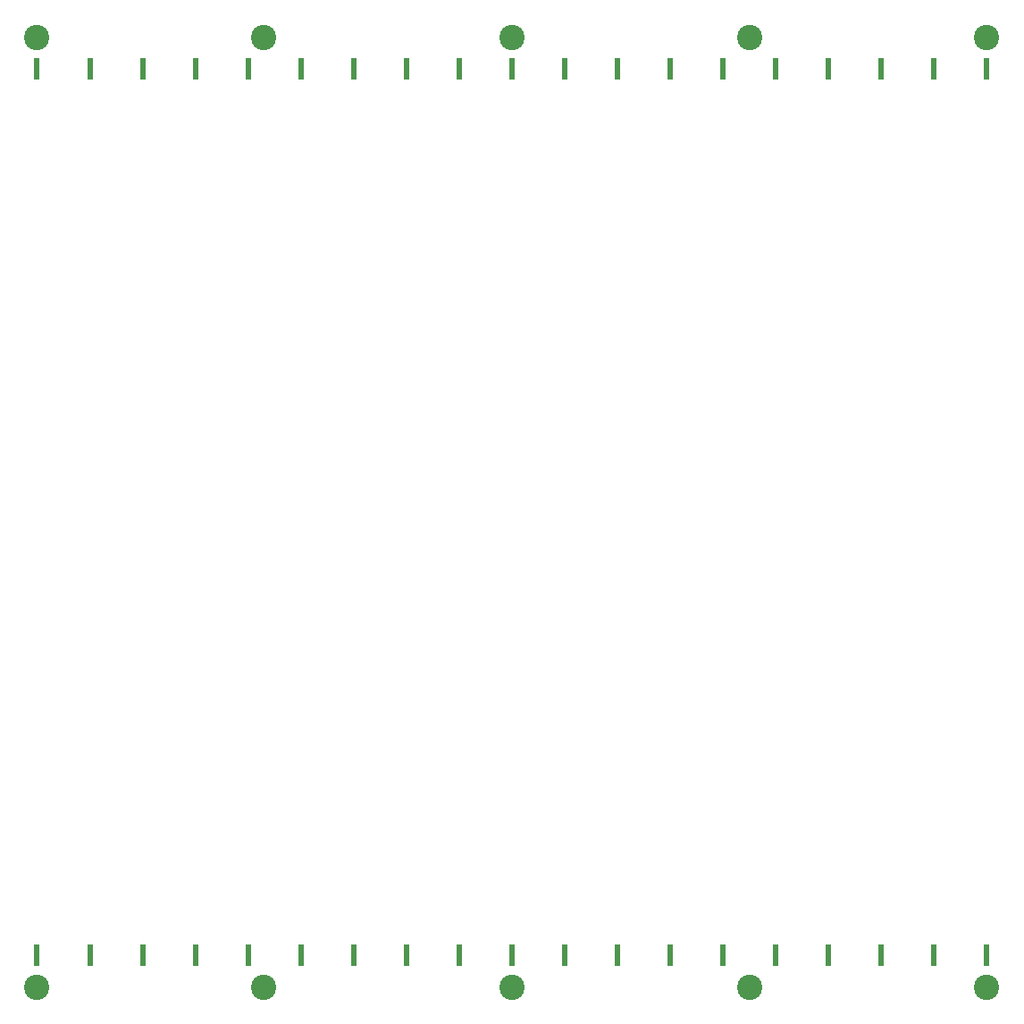
<source format=gbr>
G04 #@! TF.GenerationSoftware,KiCad,Pcbnew,5.1.5-1.fc30*
G04 #@! TF.CreationDate,2021-07-11T15:27:43+02:00*
G04 #@! TF.ProjectId,wire-haloscope,77697265-2d68-4616-9c6f-73636f70652e,rev?*
G04 #@! TF.SameCoordinates,Original*
G04 #@! TF.FileFunction,Paste,Top*
G04 #@! TF.FilePolarity,Positive*
%FSLAX46Y46*%
G04 Gerber Fmt 4.6, Leading zero omitted, Abs format (unit mm)*
G04 Created by KiCad (PCBNEW 5.1.5-1.fc30) date 2021-07-11 15:27:43*
%MOMM*%
%LPD*%
G04 APERTURE LIST*
%ADD10R,0.600000X2.000000*%
%ADD11C,2.400000*%
G04 APERTURE END LIST*
D10*
X145000000Y-137000000D03*
X140000000Y-137000000D03*
X135000000Y-137000000D03*
X130000000Y-137000000D03*
X125000000Y-137000000D03*
X120000000Y-137000000D03*
X115000000Y-137000000D03*
X110000000Y-137000000D03*
X105000000Y-137000000D03*
X100000000Y-137000000D03*
X95000000Y-137000000D03*
X90000000Y-137000000D03*
X85000000Y-137000000D03*
X80000000Y-137000000D03*
X75000000Y-137000000D03*
X70000000Y-137000000D03*
X65000000Y-137000000D03*
X60000000Y-137000000D03*
X55000000Y-137000000D03*
X145000000Y-53000000D03*
X140000000Y-53000000D03*
X135000000Y-53000000D03*
X130000000Y-53000000D03*
X125000000Y-53000000D03*
X120000000Y-53000000D03*
X115000000Y-53000000D03*
X110000000Y-53000000D03*
X105000000Y-53000000D03*
X100000000Y-53000000D03*
X95000000Y-53000000D03*
X90000000Y-53000000D03*
X85000000Y-53000000D03*
X80000000Y-53000000D03*
X75000000Y-53000000D03*
X70000000Y-53000000D03*
X65000000Y-53000000D03*
X60000000Y-53000000D03*
X55000000Y-53000000D03*
D11*
X55000000Y-50000000D03*
X76500000Y-50000000D03*
X100000000Y-50000000D03*
X122500000Y-50000000D03*
X145000000Y-50000000D03*
X55000000Y-140000000D03*
X76500000Y-140000000D03*
X100000000Y-140000000D03*
X122500000Y-140000000D03*
X145000000Y-140000000D03*
M02*

</source>
